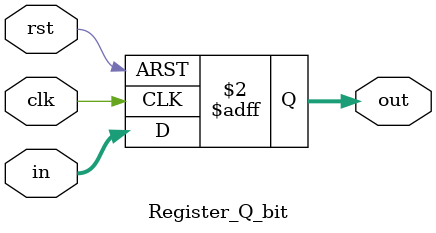
<source format=v>
module Register_Q_bit #(parameter Q = 4)(clk, rst, in, out);
input  [Q-1:0]in;
input  clk, rst;
output reg [Q-1:0]out;

// behavioral model of a Q bit Register
always @(posedge clk, posedge rst)
begin
	if (rst)
		out <= 0;
	else
		out <= in;
end
endmodule

</source>
